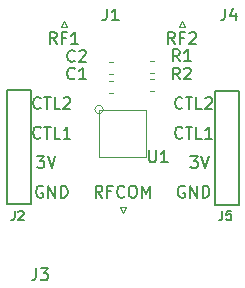
<source format=gbr>
%TF.GenerationSoftware,KiCad,Pcbnew,(5.1.6-rc1-6-g4e217d402)-1*%
%TF.CreationDate,2020-05-13T14:18:14-04:00*%
%TF.ProjectId,RF_Switch,52465f53-7769-4746-9368-2e6b69636164,rev?*%
%TF.SameCoordinates,Original*%
%TF.FileFunction,Legend,Top*%
%TF.FilePolarity,Positive*%
%FSLAX46Y46*%
G04 Gerber Fmt 4.6, Leading zero omitted, Abs format (unit mm)*
G04 Created by KiCad (PCBNEW (5.1.6-rc1-6-g4e217d402)-1) date 2020-05-13 14:18:14*
%MOMM*%
%LPD*%
G01*
G04 APERTURE LIST*
%ADD10C,0.150000*%
%ADD11C,0.120000*%
%ADD12C,0.190500*%
G04 APERTURE END LIST*
D10*
X163285714Y-80452380D02*
X162952380Y-79976190D01*
X162714285Y-80452380D02*
X162714285Y-79452380D01*
X163095238Y-79452380D01*
X163190476Y-79500000D01*
X163238095Y-79547619D01*
X163285714Y-79642857D01*
X163285714Y-79785714D01*
X163238095Y-79880952D01*
X163190476Y-79928571D01*
X163095238Y-79976190D01*
X162714285Y-79976190D01*
X164047619Y-79928571D02*
X163714285Y-79928571D01*
X163714285Y-80452380D02*
X163714285Y-79452380D01*
X164190476Y-79452380D01*
X165142857Y-80357142D02*
X165095238Y-80404761D01*
X164952380Y-80452380D01*
X164857142Y-80452380D01*
X164714285Y-80404761D01*
X164619047Y-80309523D01*
X164571428Y-80214285D01*
X164523809Y-80023809D01*
X164523809Y-79880952D01*
X164571428Y-79690476D01*
X164619047Y-79595238D01*
X164714285Y-79500000D01*
X164857142Y-79452380D01*
X164952380Y-79452380D01*
X165095238Y-79500000D01*
X165142857Y-79547619D01*
X165761904Y-79452380D02*
X165952380Y-79452380D01*
X166047619Y-79500000D01*
X166142857Y-79595238D01*
X166190476Y-79785714D01*
X166190476Y-80119047D01*
X166142857Y-80309523D01*
X166047619Y-80404761D01*
X165952380Y-80452380D01*
X165761904Y-80452380D01*
X165666666Y-80404761D01*
X165571428Y-80309523D01*
X165523809Y-80119047D01*
X165523809Y-79785714D01*
X165571428Y-79595238D01*
X165666666Y-79500000D01*
X165761904Y-79452380D01*
X166619047Y-80452380D02*
X166619047Y-79452380D01*
X166952380Y-80166666D01*
X167285714Y-79452380D01*
X167285714Y-80452380D01*
X169404761Y-67452380D02*
X169071428Y-66976190D01*
X168833333Y-67452380D02*
X168833333Y-66452380D01*
X169214285Y-66452380D01*
X169309523Y-66500000D01*
X169357142Y-66547619D01*
X169404761Y-66642857D01*
X169404761Y-66785714D01*
X169357142Y-66880952D01*
X169309523Y-66928571D01*
X169214285Y-66976190D01*
X168833333Y-66976190D01*
X170166666Y-66928571D02*
X169833333Y-66928571D01*
X169833333Y-67452380D02*
X169833333Y-66452380D01*
X170309523Y-66452380D01*
X170642857Y-66547619D02*
X170690476Y-66500000D01*
X170785714Y-66452380D01*
X171023809Y-66452380D01*
X171119047Y-66500000D01*
X171166666Y-66547619D01*
X171214285Y-66642857D01*
X171214285Y-66738095D01*
X171166666Y-66880952D01*
X170595238Y-67452380D01*
X171214285Y-67452380D01*
X159404761Y-67452380D02*
X159071428Y-66976190D01*
X158833333Y-67452380D02*
X158833333Y-66452380D01*
X159214285Y-66452380D01*
X159309523Y-66500000D01*
X159357142Y-66547619D01*
X159404761Y-66642857D01*
X159404761Y-66785714D01*
X159357142Y-66880952D01*
X159309523Y-66928571D01*
X159214285Y-66976190D01*
X158833333Y-66976190D01*
X160166666Y-66928571D02*
X159833333Y-66928571D01*
X159833333Y-67452380D02*
X159833333Y-66452380D01*
X160309523Y-66452380D01*
X161214285Y-67452380D02*
X160642857Y-67452380D01*
X160928571Y-67452380D02*
X160928571Y-66452380D01*
X160833333Y-66595238D01*
X160738095Y-66690476D01*
X160642857Y-66738095D01*
X170047619Y-72857142D02*
X170000000Y-72904761D01*
X169857142Y-72952380D01*
X169761904Y-72952380D01*
X169619047Y-72904761D01*
X169523809Y-72809523D01*
X169476190Y-72714285D01*
X169428571Y-72523809D01*
X169428571Y-72380952D01*
X169476190Y-72190476D01*
X169523809Y-72095238D01*
X169619047Y-72000000D01*
X169761904Y-71952380D01*
X169857142Y-71952380D01*
X170000000Y-72000000D01*
X170047619Y-72047619D01*
X170333333Y-71952380D02*
X170904761Y-71952380D01*
X170619047Y-72952380D02*
X170619047Y-71952380D01*
X171714285Y-72952380D02*
X171238095Y-72952380D01*
X171238095Y-71952380D01*
X172000000Y-72047619D02*
X172047619Y-72000000D01*
X172142857Y-71952380D01*
X172380952Y-71952380D01*
X172476190Y-72000000D01*
X172523809Y-72047619D01*
X172571428Y-72142857D01*
X172571428Y-72238095D01*
X172523809Y-72380952D01*
X171952380Y-72952380D01*
X172571428Y-72952380D01*
X170047619Y-75357142D02*
X170000000Y-75404761D01*
X169857142Y-75452380D01*
X169761904Y-75452380D01*
X169619047Y-75404761D01*
X169523809Y-75309523D01*
X169476190Y-75214285D01*
X169428571Y-75023809D01*
X169428571Y-74880952D01*
X169476190Y-74690476D01*
X169523809Y-74595238D01*
X169619047Y-74500000D01*
X169761904Y-74452380D01*
X169857142Y-74452380D01*
X170000000Y-74500000D01*
X170047619Y-74547619D01*
X170333333Y-74452380D02*
X170904761Y-74452380D01*
X170619047Y-75452380D02*
X170619047Y-74452380D01*
X171714285Y-75452380D02*
X171238095Y-75452380D01*
X171238095Y-74452380D01*
X172571428Y-75452380D02*
X172000000Y-75452380D01*
X172285714Y-75452380D02*
X172285714Y-74452380D01*
X172190476Y-74595238D01*
X172095238Y-74690476D01*
X172000000Y-74738095D01*
X170738095Y-76952380D02*
X171357142Y-76952380D01*
X171023809Y-77333333D01*
X171166666Y-77333333D01*
X171261904Y-77380952D01*
X171309523Y-77428571D01*
X171357142Y-77523809D01*
X171357142Y-77761904D01*
X171309523Y-77857142D01*
X171261904Y-77904761D01*
X171166666Y-77952380D01*
X170880952Y-77952380D01*
X170785714Y-77904761D01*
X170738095Y-77857142D01*
X171642857Y-76952380D02*
X171976190Y-77952380D01*
X172309523Y-76952380D01*
X170238095Y-79500000D02*
X170142857Y-79452380D01*
X170000000Y-79452380D01*
X169857142Y-79500000D01*
X169761904Y-79595238D01*
X169714285Y-79690476D01*
X169666666Y-79880952D01*
X169666666Y-80023809D01*
X169714285Y-80214285D01*
X169761904Y-80309523D01*
X169857142Y-80404761D01*
X170000000Y-80452380D01*
X170095238Y-80452380D01*
X170238095Y-80404761D01*
X170285714Y-80357142D01*
X170285714Y-80023809D01*
X170095238Y-80023809D01*
X170714285Y-80452380D02*
X170714285Y-79452380D01*
X171285714Y-80452380D01*
X171285714Y-79452380D01*
X171761904Y-80452380D02*
X171761904Y-79452380D01*
X172000000Y-79452380D01*
X172142857Y-79500000D01*
X172238095Y-79595238D01*
X172285714Y-79690476D01*
X172333333Y-79880952D01*
X172333333Y-80023809D01*
X172285714Y-80214285D01*
X172238095Y-80309523D01*
X172142857Y-80404761D01*
X172000000Y-80452380D01*
X171761904Y-80452380D01*
X158047619Y-72857142D02*
X158000000Y-72904761D01*
X157857142Y-72952380D01*
X157761904Y-72952380D01*
X157619047Y-72904761D01*
X157523809Y-72809523D01*
X157476190Y-72714285D01*
X157428571Y-72523809D01*
X157428571Y-72380952D01*
X157476190Y-72190476D01*
X157523809Y-72095238D01*
X157619047Y-72000000D01*
X157761904Y-71952380D01*
X157857142Y-71952380D01*
X158000000Y-72000000D01*
X158047619Y-72047619D01*
X158333333Y-71952380D02*
X158904761Y-71952380D01*
X158619047Y-72952380D02*
X158619047Y-71952380D01*
X159714285Y-72952380D02*
X159238095Y-72952380D01*
X159238095Y-71952380D01*
X160000000Y-72047619D02*
X160047619Y-72000000D01*
X160142857Y-71952380D01*
X160380952Y-71952380D01*
X160476190Y-72000000D01*
X160523809Y-72047619D01*
X160571428Y-72142857D01*
X160571428Y-72238095D01*
X160523809Y-72380952D01*
X159952380Y-72952380D01*
X160571428Y-72952380D01*
X158047619Y-75357142D02*
X158000000Y-75404761D01*
X157857142Y-75452380D01*
X157761904Y-75452380D01*
X157619047Y-75404761D01*
X157523809Y-75309523D01*
X157476190Y-75214285D01*
X157428571Y-75023809D01*
X157428571Y-74880952D01*
X157476190Y-74690476D01*
X157523809Y-74595238D01*
X157619047Y-74500000D01*
X157761904Y-74452380D01*
X157857142Y-74452380D01*
X158000000Y-74500000D01*
X158047619Y-74547619D01*
X158333333Y-74452380D02*
X158904761Y-74452380D01*
X158619047Y-75452380D02*
X158619047Y-74452380D01*
X159714285Y-75452380D02*
X159238095Y-75452380D01*
X159238095Y-74452380D01*
X160571428Y-75452380D02*
X160000000Y-75452380D01*
X160285714Y-75452380D02*
X160285714Y-74452380D01*
X160190476Y-74595238D01*
X160095238Y-74690476D01*
X160000000Y-74738095D01*
X157738095Y-76952380D02*
X158357142Y-76952380D01*
X158023809Y-77333333D01*
X158166666Y-77333333D01*
X158261904Y-77380952D01*
X158309523Y-77428571D01*
X158357142Y-77523809D01*
X158357142Y-77761904D01*
X158309523Y-77857142D01*
X158261904Y-77904761D01*
X158166666Y-77952380D01*
X157880952Y-77952380D01*
X157785714Y-77904761D01*
X157738095Y-77857142D01*
X158642857Y-76952380D02*
X158976190Y-77952380D01*
X159309523Y-76952380D01*
X158238095Y-79500000D02*
X158142857Y-79452380D01*
X158000000Y-79452380D01*
X157857142Y-79500000D01*
X157761904Y-79595238D01*
X157714285Y-79690476D01*
X157666666Y-79880952D01*
X157666666Y-80023809D01*
X157714285Y-80214285D01*
X157761904Y-80309523D01*
X157857142Y-80404761D01*
X158000000Y-80452380D01*
X158095238Y-80452380D01*
X158238095Y-80404761D01*
X158285714Y-80357142D01*
X158285714Y-80023809D01*
X158095238Y-80023809D01*
X158714285Y-80452380D02*
X158714285Y-79452380D01*
X159285714Y-80452380D01*
X159285714Y-79452380D01*
X159761904Y-80452380D02*
X159761904Y-79452380D01*
X160000000Y-79452380D01*
X160142857Y-79500000D01*
X160238095Y-79595238D01*
X160285714Y-79690476D01*
X160333333Y-79880952D01*
X160333333Y-80023809D01*
X160285714Y-80214285D01*
X160238095Y-80309523D01*
X160142857Y-80404761D01*
X160000000Y-80452380D01*
X159761904Y-80452380D01*
D11*
%TO.C,C2*%
X163849721Y-70010000D02*
X164175279Y-70010000D01*
X163849721Y-68990000D02*
X164175279Y-68990000D01*
%TO.C,J3*%
X164750000Y-81290000D02*
X165000000Y-81790000D01*
X165250000Y-81290000D02*
X164750000Y-81290000D01*
X165000000Y-81790000D02*
X165250000Y-81290000D01*
%TO.C,J4*%
X170250000Y-66010000D02*
X170000000Y-65510000D01*
X169750000Y-66010000D02*
X170250000Y-66010000D01*
X170000000Y-65510000D02*
X169750000Y-66010000D01*
%TO.C,J1*%
X160250000Y-66010000D02*
X160000000Y-65510000D01*
X159750000Y-66010000D02*
X160250000Y-66010000D01*
X160000000Y-65510000D02*
X159750000Y-66010000D01*
%TO.C,R2*%
X167675279Y-70390000D02*
X167349721Y-70390000D01*
X167675279Y-71410000D02*
X167349721Y-71410000D01*
%TO.C,R1*%
X167672779Y-68860000D02*
X167347221Y-68860000D01*
X167672779Y-69880000D02*
X167347221Y-69880000D01*
D10*
%TO.C,J5*%
X172784000Y-81096000D02*
X172784000Y-71444000D01*
X174816000Y-81096000D02*
X172784000Y-81096000D01*
X174816000Y-71444000D02*
X174816000Y-81096000D01*
X172784000Y-71444000D02*
X174816000Y-71444000D01*
D11*
%TO.C,C1*%
X163849721Y-71610000D02*
X164175279Y-71610000D01*
X163849721Y-70590000D02*
X164175279Y-70590000D01*
%TO.C,U1*%
X163000000Y-73000000D02*
X163000000Y-77000000D01*
X163000000Y-77000000D02*
X167000000Y-77000000D01*
X167000000Y-77000000D02*
X167000000Y-73000000D01*
X167000000Y-73000000D02*
X163000000Y-73000000D01*
X163353553Y-73000000D02*
G75*
G03*
X163353553Y-73000000I-353553J0D01*
G01*
D10*
%TO.C,J2*%
X155184000Y-81016000D02*
X155184000Y-71364000D01*
X157216000Y-81016000D02*
X155184000Y-81016000D01*
X157216000Y-71364000D02*
X157216000Y-81016000D01*
X155184000Y-71364000D02*
X157216000Y-71364000D01*
%TO.C,C2*%
X160933333Y-68857142D02*
X160885714Y-68904761D01*
X160742857Y-68952380D01*
X160647619Y-68952380D01*
X160504761Y-68904761D01*
X160409523Y-68809523D01*
X160361904Y-68714285D01*
X160314285Y-68523809D01*
X160314285Y-68380952D01*
X160361904Y-68190476D01*
X160409523Y-68095238D01*
X160504761Y-68000000D01*
X160647619Y-67952380D01*
X160742857Y-67952380D01*
X160885714Y-68000000D01*
X160933333Y-68047619D01*
X161314285Y-68047619D02*
X161361904Y-68000000D01*
X161457142Y-67952380D01*
X161695238Y-67952380D01*
X161790476Y-68000000D01*
X161838095Y-68047619D01*
X161885714Y-68142857D01*
X161885714Y-68238095D01*
X161838095Y-68380952D01*
X161266666Y-68952380D01*
X161885714Y-68952380D01*
%TO.C,J3*%
X157666666Y-86452380D02*
X157666666Y-87166666D01*
X157619047Y-87309523D01*
X157523809Y-87404761D01*
X157380952Y-87452380D01*
X157285714Y-87452380D01*
X158047619Y-86452380D02*
X158666666Y-86452380D01*
X158333333Y-86833333D01*
X158476190Y-86833333D01*
X158571428Y-86880952D01*
X158619047Y-86928571D01*
X158666666Y-87023809D01*
X158666666Y-87261904D01*
X158619047Y-87357142D01*
X158571428Y-87404761D01*
X158476190Y-87452380D01*
X158190476Y-87452380D01*
X158095238Y-87404761D01*
X158047619Y-87357142D01*
%TO.C,J4*%
X173666666Y-64452380D02*
X173666666Y-65166666D01*
X173619047Y-65309523D01*
X173523809Y-65404761D01*
X173380952Y-65452380D01*
X173285714Y-65452380D01*
X174571428Y-64785714D02*
X174571428Y-65452380D01*
X174333333Y-64404761D02*
X174095238Y-65119047D01*
X174714285Y-65119047D01*
%TO.C,J1*%
X163666666Y-64452380D02*
X163666666Y-65166666D01*
X163619047Y-65309523D01*
X163523809Y-65404761D01*
X163380952Y-65452380D01*
X163285714Y-65452380D01*
X164666666Y-65452380D02*
X164095238Y-65452380D01*
X164380952Y-65452380D02*
X164380952Y-64452380D01*
X164285714Y-64595238D01*
X164190476Y-64690476D01*
X164095238Y-64738095D01*
%TO.C,R2*%
X169833333Y-70452380D02*
X169500000Y-69976190D01*
X169261904Y-70452380D02*
X169261904Y-69452380D01*
X169642857Y-69452380D01*
X169738095Y-69500000D01*
X169785714Y-69547619D01*
X169833333Y-69642857D01*
X169833333Y-69785714D01*
X169785714Y-69880952D01*
X169738095Y-69928571D01*
X169642857Y-69976190D01*
X169261904Y-69976190D01*
X170214285Y-69547619D02*
X170261904Y-69500000D01*
X170357142Y-69452380D01*
X170595238Y-69452380D01*
X170690476Y-69500000D01*
X170738095Y-69547619D01*
X170785714Y-69642857D01*
X170785714Y-69738095D01*
X170738095Y-69880952D01*
X170166666Y-70452380D01*
X170785714Y-70452380D01*
%TO.C,R1*%
X169830833Y-68902380D02*
X169497500Y-68426190D01*
X169259404Y-68902380D02*
X169259404Y-67902380D01*
X169640357Y-67902380D01*
X169735595Y-67950000D01*
X169783214Y-67997619D01*
X169830833Y-68092857D01*
X169830833Y-68235714D01*
X169783214Y-68330952D01*
X169735595Y-68378571D01*
X169640357Y-68426190D01*
X169259404Y-68426190D01*
X170783214Y-68902380D02*
X170211785Y-68902380D01*
X170497500Y-68902380D02*
X170497500Y-67902380D01*
X170402261Y-68045238D01*
X170307023Y-68140476D01*
X170211785Y-68188095D01*
%TO.C,J5*%
D12*
X173446000Y-81582714D02*
X173446000Y-82127000D01*
X173409714Y-82235857D01*
X173337142Y-82308428D01*
X173228285Y-82344714D01*
X173155714Y-82344714D01*
X174171714Y-81582714D02*
X173808857Y-81582714D01*
X173772571Y-81945571D01*
X173808857Y-81909285D01*
X173881428Y-81873000D01*
X174062857Y-81873000D01*
X174135428Y-81909285D01*
X174171714Y-81945571D01*
X174208000Y-82018142D01*
X174208000Y-82199571D01*
X174171714Y-82272142D01*
X174135428Y-82308428D01*
X174062857Y-82344714D01*
X173881428Y-82344714D01*
X173808857Y-82308428D01*
X173772571Y-82272142D01*
%TO.C,C1*%
D10*
X160933333Y-70357142D02*
X160885714Y-70404761D01*
X160742857Y-70452380D01*
X160647619Y-70452380D01*
X160504761Y-70404761D01*
X160409523Y-70309523D01*
X160361904Y-70214285D01*
X160314285Y-70023809D01*
X160314285Y-69880952D01*
X160361904Y-69690476D01*
X160409523Y-69595238D01*
X160504761Y-69500000D01*
X160647619Y-69452380D01*
X160742857Y-69452380D01*
X160885714Y-69500000D01*
X160933333Y-69547619D01*
X161885714Y-70452380D02*
X161314285Y-70452380D01*
X161600000Y-70452380D02*
X161600000Y-69452380D01*
X161504761Y-69595238D01*
X161409523Y-69690476D01*
X161314285Y-69738095D01*
%TO.C,U1*%
X167238095Y-76452380D02*
X167238095Y-77261904D01*
X167285714Y-77357142D01*
X167333333Y-77404761D01*
X167428571Y-77452380D01*
X167619047Y-77452380D01*
X167714285Y-77404761D01*
X167761904Y-77357142D01*
X167809523Y-77261904D01*
X167809523Y-76452380D01*
X168809523Y-77452380D02*
X168238095Y-77452380D01*
X168523809Y-77452380D02*
X168523809Y-76452380D01*
X168428571Y-76595238D01*
X168333333Y-76690476D01*
X168238095Y-76738095D01*
%TO.C,J2*%
D12*
X155846000Y-81582714D02*
X155846000Y-82127000D01*
X155809714Y-82235857D01*
X155737142Y-82308428D01*
X155628285Y-82344714D01*
X155555714Y-82344714D01*
X156172571Y-81655285D02*
X156208857Y-81619000D01*
X156281428Y-81582714D01*
X156462857Y-81582714D01*
X156535428Y-81619000D01*
X156571714Y-81655285D01*
X156608000Y-81727857D01*
X156608000Y-81800428D01*
X156571714Y-81909285D01*
X156136285Y-82344714D01*
X156608000Y-82344714D01*
%TD*%
M02*

</source>
